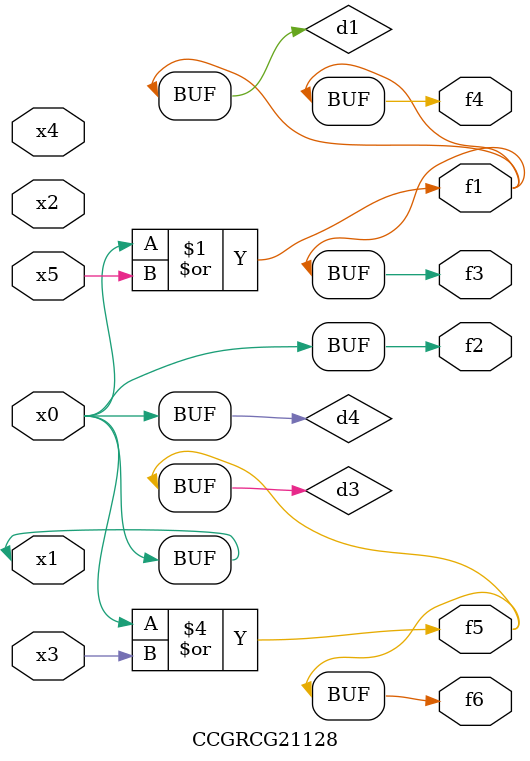
<source format=v>
module CCGRCG21128(
	input x0, x1, x2, x3, x4, x5,
	output f1, f2, f3, f4, f5, f6
);

	wire d1, d2, d3, d4;

	or (d1, x0, x5);
	xnor (d2, x1, x4);
	or (d3, x0, x3);
	buf (d4, x0, x1);
	assign f1 = d1;
	assign f2 = d4;
	assign f3 = d1;
	assign f4 = d1;
	assign f5 = d3;
	assign f6 = d3;
endmodule

</source>
